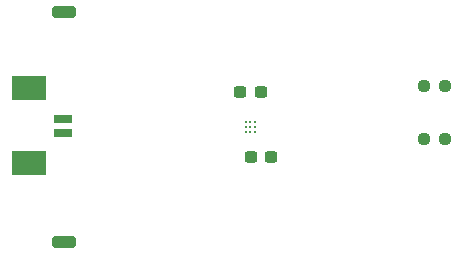
<source format=gtp>
%TF.GenerationSoftware,KiCad,Pcbnew,8.0.3*%
%TF.CreationDate,2024-06-23T18:33:08+02:00*%
%TF.ProjectId,MAX17262-breakout,4d415831-3732-4363-922d-627265616b6f,rev?*%
%TF.SameCoordinates,Original*%
%TF.FileFunction,Paste,Top*%
%TF.FilePolarity,Positive*%
%FSLAX46Y46*%
G04 Gerber Fmt 4.6, Leading zero omitted, Abs format (unit mm)*
G04 Created by KiCad (PCBNEW 8.0.3) date 2024-06-23 18:33:08*
%MOMM*%
%LPD*%
G01*
G04 APERTURE LIST*
G04 Aperture macros list*
%AMRoundRect*
0 Rectangle with rounded corners*
0 $1 Rounding radius*
0 $2 $3 $4 $5 $6 $7 $8 $9 X,Y pos of 4 corners*
0 Add a 4 corners polygon primitive as box body*
4,1,4,$2,$3,$4,$5,$6,$7,$8,$9,$2,$3,0*
0 Add four circle primitives for the rounded corners*
1,1,$1+$1,$2,$3*
1,1,$1+$1,$4,$5*
1,1,$1+$1,$6,$7*
1,1,$1+$1,$8,$9*
0 Add four rect primitives between the rounded corners*
20,1,$1+$1,$2,$3,$4,$5,0*
20,1,$1+$1,$4,$5,$6,$7,0*
20,1,$1+$1,$6,$7,$8,$9,0*
20,1,$1+$1,$8,$9,$2,$3,0*%
G04 Aperture macros list end*
%ADD10C,0.216000*%
%ADD11RoundRect,0.250000X0.750000X-0.250000X0.750000X0.250000X-0.750000X0.250000X-0.750000X-0.250000X0*%
%ADD12RoundRect,0.237500X-0.250000X-0.237500X0.250000X-0.237500X0.250000X0.237500X-0.250000X0.237500X0*%
%ADD13RoundRect,0.237500X-0.300000X-0.237500X0.300000X-0.237500X0.300000X0.237500X-0.300000X0.237500X0*%
%ADD14R,1.600000X0.800000*%
%ADD15R,3.000000X2.100000*%
%ADD16RoundRect,0.237500X0.250000X0.237500X-0.250000X0.237500X-0.250000X-0.237500X0.250000X-0.237500X0*%
%ADD17RoundRect,0.237500X0.300000X0.237500X-0.300000X0.237500X-0.300000X-0.237500X0.300000X-0.237500X0*%
G04 APERTURE END LIST*
D10*
%TO.C,IC1*%
X81875000Y-90350000D03*
X82275000Y-90350000D03*
X82675000Y-90350000D03*
X81875000Y-90750000D03*
X82275000Y-90750000D03*
X82675000Y-90750000D03*
X81875000Y-91150000D03*
X82275000Y-91150000D03*
X82675000Y-91150000D03*
%TD*%
D11*
%TO.C,J3*%
X66500000Y-100500000D03*
%TD*%
D12*
%TO.C,R1*%
X96925000Y-87250000D03*
X98750000Y-87250000D03*
%TD*%
D13*
%TO.C,C1*%
X81412500Y-87800000D03*
X83137500Y-87800000D03*
%TD*%
D11*
%TO.C,J2*%
X66500000Y-81000000D03*
%TD*%
D14*
%TO.C,J1*%
X66400000Y-90050000D03*
X66400000Y-91300000D03*
D15*
X63500000Y-87500000D03*
X63500000Y-93850000D03*
%TD*%
D16*
%TO.C,R2*%
X98753242Y-91746195D03*
X96928242Y-91746195D03*
%TD*%
D17*
%TO.C,C2*%
X84029613Y-93293801D03*
X82304613Y-93293801D03*
%TD*%
M02*

</source>
